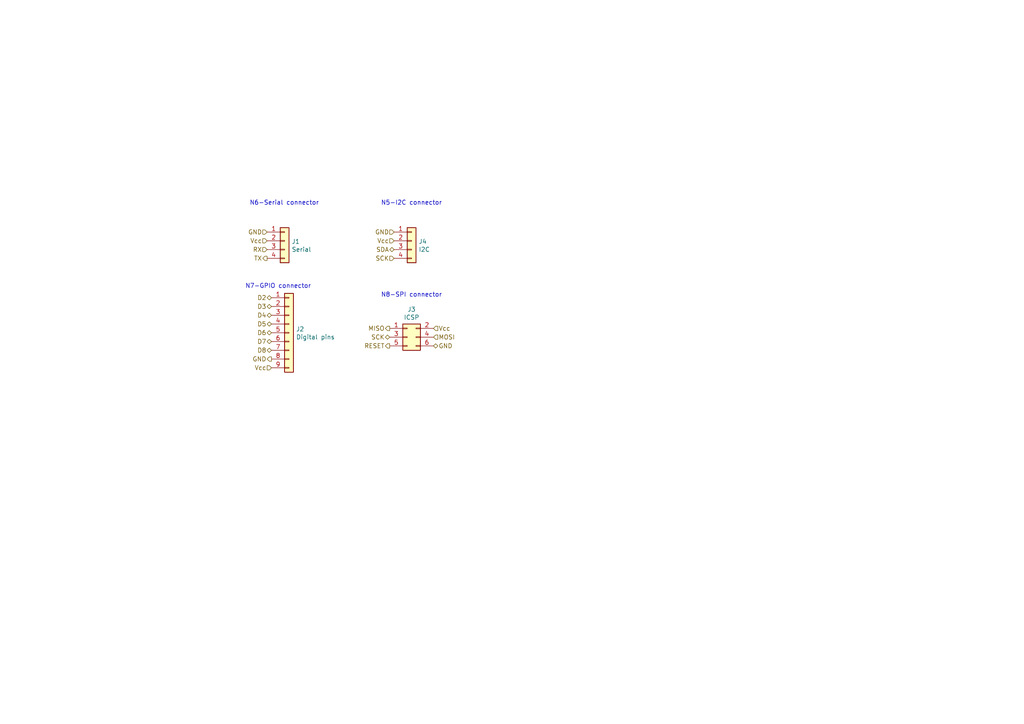
<source format=kicad_sch>
(kicad_sch
	(version 20231120)
	(generator "eeschema")
	(generator_version "8.0")
	(uuid "4f021c90-542b-415e-adf2-3999f30582ed")
	(paper "A4")
	(title_block
		(title "Connetors")
		(date "2020-05-11")
		(company "Designed by KINIZI")
	)
	(lib_symbols
		(symbol "Connector_Generic:Conn_01x04"
			(pin_names
				(offset 1.016) hide)
			(exclude_from_sim no)
			(in_bom yes)
			(on_board yes)
			(property "Reference" "J"
				(at 0 5.08 0)
				(effects
					(font
						(size 1.27 1.27)
					)
				)
			)
			(property "Value" "Conn_01x04"
				(at 0 -7.62 0)
				(effects
					(font
						(size 1.27 1.27)
					)
				)
			)
			(property "Footprint" ""
				(at 0 0 0)
				(effects
					(font
						(size 1.27 1.27)
					)
					(hide yes)
				)
			)
			(property "Datasheet" "~"
				(at 0 0 0)
				(effects
					(font
						(size 1.27 1.27)
					)
					(hide yes)
				)
			)
			(property "Description" "Generic connector, single row, 01x04, script generated (kicad-library-utils/schlib/autogen/connector/)"
				(at 0 0 0)
				(effects
					(font
						(size 1.27 1.27)
					)
					(hide yes)
				)
			)
			(property "ki_keywords" "connector"
				(at 0 0 0)
				(effects
					(font
						(size 1.27 1.27)
					)
					(hide yes)
				)
			)
			(property "ki_fp_filters" "Connector*:*_1x??_*"
				(at 0 0 0)
				(effects
					(font
						(size 1.27 1.27)
					)
					(hide yes)
				)
			)
			(symbol "Conn_01x04_1_1"
				(rectangle
					(start -1.27 -4.953)
					(end 0 -5.207)
					(stroke
						(width 0.1524)
						(type default)
					)
					(fill
						(type none)
					)
				)
				(rectangle
					(start -1.27 -2.413)
					(end 0 -2.667)
					(stroke
						(width 0.1524)
						(type default)
					)
					(fill
						(type none)
					)
				)
				(rectangle
					(start -1.27 0.127)
					(end 0 -0.127)
					(stroke
						(width 0.1524)
						(type default)
					)
					(fill
						(type none)
					)
				)
				(rectangle
					(start -1.27 2.667)
					(end 0 2.413)
					(stroke
						(width 0.1524)
						(type default)
					)
					(fill
						(type none)
					)
				)
				(rectangle
					(start -1.27 3.81)
					(end 1.27 -6.35)
					(stroke
						(width 0.254)
						(type default)
					)
					(fill
						(type background)
					)
				)
				(pin passive line
					(at -5.08 2.54 0)
					(length 3.81)
					(name "Pin_1"
						(effects
							(font
								(size 1.27 1.27)
							)
						)
					)
					(number "1"
						(effects
							(font
								(size 1.27 1.27)
							)
						)
					)
				)
				(pin passive line
					(at -5.08 0 0)
					(length 3.81)
					(name "Pin_2"
						(effects
							(font
								(size 1.27 1.27)
							)
						)
					)
					(number "2"
						(effects
							(font
								(size 1.27 1.27)
							)
						)
					)
				)
				(pin passive line
					(at -5.08 -2.54 0)
					(length 3.81)
					(name "Pin_3"
						(effects
							(font
								(size 1.27 1.27)
							)
						)
					)
					(number "3"
						(effects
							(font
								(size 1.27 1.27)
							)
						)
					)
				)
				(pin passive line
					(at -5.08 -5.08 0)
					(length 3.81)
					(name "Pin_4"
						(effects
							(font
								(size 1.27 1.27)
							)
						)
					)
					(number "4"
						(effects
							(font
								(size 1.27 1.27)
							)
						)
					)
				)
			)
		)
		(symbol "Connector_Generic:Conn_01x09"
			(pin_names
				(offset 1.016) hide)
			(exclude_from_sim no)
			(in_bom yes)
			(on_board yes)
			(property "Reference" "J"
				(at 0 12.7 0)
				(effects
					(font
						(size 1.27 1.27)
					)
				)
			)
			(property "Value" "Conn_01x09"
				(at 0 -12.7 0)
				(effects
					(font
						(size 1.27 1.27)
					)
				)
			)
			(property "Footprint" ""
				(at 0 0 0)
				(effects
					(font
						(size 1.27 1.27)
					)
					(hide yes)
				)
			)
			(property "Datasheet" "~"
				(at 0 0 0)
				(effects
					(font
						(size 1.27 1.27)
					)
					(hide yes)
				)
			)
			(property "Description" "Generic connector, single row, 01x09, script generated (kicad-library-utils/schlib/autogen/connector/)"
				(at 0 0 0)
				(effects
					(font
						(size 1.27 1.27)
					)
					(hide yes)
				)
			)
			(property "ki_keywords" "connector"
				(at 0 0 0)
				(effects
					(font
						(size 1.27 1.27)
					)
					(hide yes)
				)
			)
			(property "ki_fp_filters" "Connector*:*_1x??_*"
				(at 0 0 0)
				(effects
					(font
						(size 1.27 1.27)
					)
					(hide yes)
				)
			)
			(symbol "Conn_01x09_1_1"
				(rectangle
					(start -1.27 -10.033)
					(end 0 -10.287)
					(stroke
						(width 0.1524)
						(type default)
					)
					(fill
						(type none)
					)
				)
				(rectangle
					(start -1.27 -7.493)
					(end 0 -7.747)
					(stroke
						(width 0.1524)
						(type default)
					)
					(fill
						(type none)
					)
				)
				(rectangle
					(start -1.27 -4.953)
					(end 0 -5.207)
					(stroke
						(width 0.1524)
						(type default)
					)
					(fill
						(type none)
					)
				)
				(rectangle
					(start -1.27 -2.413)
					(end 0 -2.667)
					(stroke
						(width 0.1524)
						(type default)
					)
					(fill
						(type none)
					)
				)
				(rectangle
					(start -1.27 0.127)
					(end 0 -0.127)
					(stroke
						(width 0.1524)
						(type default)
					)
					(fill
						(type none)
					)
				)
				(rectangle
					(start -1.27 2.667)
					(end 0 2.413)
					(stroke
						(width 0.1524)
						(type default)
					)
					(fill
						(type none)
					)
				)
				(rectangle
					(start -1.27 5.207)
					(end 0 4.953)
					(stroke
						(width 0.1524)
						(type default)
					)
					(fill
						(type none)
					)
				)
				(rectangle
					(start -1.27 7.747)
					(end 0 7.493)
					(stroke
						(width 0.1524)
						(type default)
					)
					(fill
						(type none)
					)
				)
				(rectangle
					(start -1.27 10.287)
					(end 0 10.033)
					(stroke
						(width 0.1524)
						(type default)
					)
					(fill
						(type none)
					)
				)
				(rectangle
					(start -1.27 11.43)
					(end 1.27 -11.43)
					(stroke
						(width 0.254)
						(type default)
					)
					(fill
						(type background)
					)
				)
				(pin passive line
					(at -5.08 10.16 0)
					(length 3.81)
					(name "Pin_1"
						(effects
							(font
								(size 1.27 1.27)
							)
						)
					)
					(number "1"
						(effects
							(font
								(size 1.27 1.27)
							)
						)
					)
				)
				(pin passive line
					(at -5.08 7.62 0)
					(length 3.81)
					(name "Pin_2"
						(effects
							(font
								(size 1.27 1.27)
							)
						)
					)
					(number "2"
						(effects
							(font
								(size 1.27 1.27)
							)
						)
					)
				)
				(pin passive line
					(at -5.08 5.08 0)
					(length 3.81)
					(name "Pin_3"
						(effects
							(font
								(size 1.27 1.27)
							)
						)
					)
					(number "3"
						(effects
							(font
								(size 1.27 1.27)
							)
						)
					)
				)
				(pin passive line
					(at -5.08 2.54 0)
					(length 3.81)
					(name "Pin_4"
						(effects
							(font
								(size 1.27 1.27)
							)
						)
					)
					(number "4"
						(effects
							(font
								(size 1.27 1.27)
							)
						)
					)
				)
				(pin passive line
					(at -5.08 0 0)
					(length 3.81)
					(name "Pin_5"
						(effects
							(font
								(size 1.27 1.27)
							)
						)
					)
					(number "5"
						(effects
							(font
								(size 1.27 1.27)
							)
						)
					)
				)
				(pin passive line
					(at -5.08 -2.54 0)
					(length 3.81)
					(name "Pin_6"
						(effects
							(font
								(size 1.27 1.27)
							)
						)
					)
					(number "6"
						(effects
							(font
								(size 1.27 1.27)
							)
						)
					)
				)
				(pin passive line
					(at -5.08 -5.08 0)
					(length 3.81)
					(name "Pin_7"
						(effects
							(font
								(size 1.27 1.27)
							)
						)
					)
					(number "7"
						(effects
							(font
								(size 1.27 1.27)
							)
						)
					)
				)
				(pin passive line
					(at -5.08 -7.62 0)
					(length 3.81)
					(name "Pin_8"
						(effects
							(font
								(size 1.27 1.27)
							)
						)
					)
					(number "8"
						(effects
							(font
								(size 1.27 1.27)
							)
						)
					)
				)
				(pin passive line
					(at -5.08 -10.16 0)
					(length 3.81)
					(name "Pin_9"
						(effects
							(font
								(size 1.27 1.27)
							)
						)
					)
					(number "9"
						(effects
							(font
								(size 1.27 1.27)
							)
						)
					)
				)
			)
		)
		(symbol "Connector_Generic:Conn_02x03_Odd_Even"
			(pin_names
				(offset 1.016) hide)
			(exclude_from_sim no)
			(in_bom yes)
			(on_board yes)
			(property "Reference" "J"
				(at 1.27 5.08 0)
				(effects
					(font
						(size 1.27 1.27)
					)
				)
			)
			(property "Value" "Conn_02x03_Odd_Even"
				(at 1.27 -5.08 0)
				(effects
					(font
						(size 1.27 1.27)
					)
				)
			)
			(property "Footprint" ""
				(at 0 0 0)
				(effects
					(font
						(size 1.27 1.27)
					)
					(hide yes)
				)
			)
			(property "Datasheet" "~"
				(at 0 0 0)
				(effects
					(font
						(size 1.27 1.27)
					)
					(hide yes)
				)
			)
			(property "Description" "Generic connector, double row, 02x03, odd/even pin numbering scheme (row 1 odd numbers, row 2 even numbers), script generated (kicad-library-utils/schlib/autogen/connector/)"
				(at 0 0 0)
				(effects
					(font
						(size 1.27 1.27)
					)
					(hide yes)
				)
			)
			(property "ki_keywords" "connector"
				(at 0 0 0)
				(effects
					(font
						(size 1.27 1.27)
					)
					(hide yes)
				)
			)
			(property "ki_fp_filters" "Connector*:*_2x??_*"
				(at 0 0 0)
				(effects
					(font
						(size 1.27 1.27)
					)
					(hide yes)
				)
			)
			(symbol "Conn_02x03_Odd_Even_1_1"
				(rectangle
					(start -1.27 -2.413)
					(end 0 -2.667)
					(stroke
						(width 0.1524)
						(type default)
					)
					(fill
						(type none)
					)
				)
				(rectangle
					(start -1.27 0.127)
					(end 0 -0.127)
					(stroke
						(width 0.1524)
						(type default)
					)
					(fill
						(type none)
					)
				)
				(rectangle
					(start -1.27 2.667)
					(end 0 2.413)
					(stroke
						(width 0.1524)
						(type default)
					)
					(fill
						(type none)
					)
				)
				(rectangle
					(start -1.27 3.81)
					(end 3.81 -3.81)
					(stroke
						(width 0.254)
						(type default)
					)
					(fill
						(type background)
					)
				)
				(rectangle
					(start 3.81 -2.413)
					(end 2.54 -2.667)
					(stroke
						(width 0.1524)
						(type default)
					)
					(fill
						(type none)
					)
				)
				(rectangle
					(start 3.81 0.127)
					(end 2.54 -0.127)
					(stroke
						(width 0.1524)
						(type default)
					)
					(fill
						(type none)
					)
				)
				(rectangle
					(start 3.81 2.667)
					(end 2.54 2.413)
					(stroke
						(width 0.1524)
						(type default)
					)
					(fill
						(type none)
					)
				)
				(pin passive line
					(at -5.08 2.54 0)
					(length 3.81)
					(name "Pin_1"
						(effects
							(font
								(size 1.27 1.27)
							)
						)
					)
					(number "1"
						(effects
							(font
								(size 1.27 1.27)
							)
						)
					)
				)
				(pin passive line
					(at 7.62 2.54 180)
					(length 3.81)
					(name "Pin_2"
						(effects
							(font
								(size 1.27 1.27)
							)
						)
					)
					(number "2"
						(effects
							(font
								(size 1.27 1.27)
							)
						)
					)
				)
				(pin passive line
					(at -5.08 0 0)
					(length 3.81)
					(name "Pin_3"
						(effects
							(font
								(size 1.27 1.27)
							)
						)
					)
					(number "3"
						(effects
							(font
								(size 1.27 1.27)
							)
						)
					)
				)
				(pin passive line
					(at 7.62 0 180)
					(length 3.81)
					(name "Pin_4"
						(effects
							(font
								(size 1.27 1.27)
							)
						)
					)
					(number "4"
						(effects
							(font
								(size 1.27 1.27)
							)
						)
					)
				)
				(pin passive line
					(at -5.08 -2.54 0)
					(length 3.81)
					(name "Pin_5"
						(effects
							(font
								(size 1.27 1.27)
							)
						)
					)
					(number "5"
						(effects
							(font
								(size 1.27 1.27)
							)
						)
					)
				)
				(pin passive line
					(at 7.62 -2.54 180)
					(length 3.81)
					(name "Pin_6"
						(effects
							(font
								(size 1.27 1.27)
							)
						)
					)
					(number "6"
						(effects
							(font
								(size 1.27 1.27)
							)
						)
					)
				)
			)
		)
	)
	(text "N6-Serial connector"
		(exclude_from_sim no)
		(at 72.39 59.69 0)
		(effects
			(font
				(size 1.27 1.27)
			)
			(justify left bottom)
		)
		(uuid "118f55f4-dd2f-44b8-a462-2599f04feac3")
	)
	(text "N8-SPI connector"
		(exclude_from_sim no)
		(at 110.49 86.36 0)
		(effects
			(font
				(size 1.27 1.27)
			)
			(justify left bottom)
		)
		(uuid "5cabd568-4783-4db5-aaa2-9cc436d40508")
	)
	(text "N7-GPIO connector"
		(exclude_from_sim no)
		(at 71.12 83.82 0)
		(effects
			(font
				(size 1.27 1.27)
			)
			(justify left bottom)
		)
		(uuid "61f85d4d-7208-4049-aa03-d757f4a2c536")
	)
	(text "N5-I2C connector"
		(exclude_from_sim no)
		(at 110.49 59.69 0)
		(effects
			(font
				(size 1.27 1.27)
			)
			(justify left bottom)
		)
		(uuid "8d60235c-2c5b-4074-aae5-504deca432eb")
	)
	(hierarchical_label "Vcc"
		(shape input)
		(at 125.73 95.25 0)
		(fields_autoplaced yes)
		(effects
			(font
				(size 1.27 1.27)
			)
			(justify left)
		)
		(uuid "11316ae1-22da-44ff-aef6-45ba8fe3e927")
	)
	(hierarchical_label "TX"
		(shape output)
		(at 77.47 74.93 180)
		(fields_autoplaced yes)
		(effects
			(font
				(size 1.27 1.27)
			)
			(justify right)
		)
		(uuid "24f5eef6-0f70-4425-bd88-7bcc4d879219")
	)
	(hierarchical_label "GND"
		(shape output)
		(at 78.74 104.14 180)
		(fields_autoplaced yes)
		(effects
			(font
				(size 1.27 1.27)
			)
			(justify right)
		)
		(uuid "347116a4-2f53-4c0e-98e7-3d0a75b76f32")
	)
	(hierarchical_label "D4"
		(shape bidirectional)
		(at 78.74 91.44 180)
		(fields_autoplaced yes)
		(effects
			(font
				(size 1.27 1.27)
			)
			(justify right)
		)
		(uuid "4518a30f-b41c-417e-9de7-5ae30225e3a7")
	)
	(hierarchical_label "RESET"
		(shape output)
		(at 113.03 100.33 180)
		(fields_autoplaced yes)
		(effects
			(font
				(size 1.27 1.27)
			)
			(justify right)
		)
		(uuid "47010a99-59e7-4a24-9d29-a5ecbc777066")
	)
	(hierarchical_label "MOSI"
		(shape input)
		(at 125.73 97.79 0)
		(fields_autoplaced yes)
		(effects
			(font
				(size 1.27 1.27)
			)
			(justify left)
		)
		(uuid "53c342de-0aa1-4c95-8507-7fcad453d4d6")
	)
	(hierarchical_label "Vcc"
		(shape input)
		(at 77.47 69.85 180)
		(fields_autoplaced yes)
		(effects
			(font
				(size 1.27 1.27)
			)
			(justify right)
		)
		(uuid "5f703536-fc74-4e28-9466-abd1e689bd4d")
	)
	(hierarchical_label "RX"
		(shape input)
		(at 77.47 72.39 180)
		(fields_autoplaced yes)
		(effects
			(font
				(size 1.27 1.27)
			)
			(justify right)
		)
		(uuid "64d53e34-743d-40e2-bca7-47dc3c6cb75c")
	)
	(hierarchical_label "D6"
		(shape bidirectional)
		(at 78.74 96.52 180)
		(fields_autoplaced yes)
		(effects
			(font
				(size 1.27 1.27)
			)
			(justify right)
		)
		(uuid "66219d99-e7ed-488c-8560-b85e4e25dfef")
	)
	(hierarchical_label "D5"
		(shape bidirectional)
		(at 78.74 93.98 180)
		(fields_autoplaced yes)
		(effects
			(font
				(size 1.27 1.27)
			)
			(justify right)
		)
		(uuid "682b89cf-e92f-4dbc-9ae8-f70469fd40da")
	)
	(hierarchical_label "SCK"
		(shape bidirectional)
		(at 113.03 97.79 180)
		(fields_autoplaced yes)
		(effects
			(font
				(size 1.27 1.27)
			)
			(justify right)
		)
		(uuid "8e391ba8-282d-404a-80f1-b48f23143f3e")
	)
	(hierarchical_label "GND"
		(shape input)
		(at 77.47 67.31 180)
		(fields_autoplaced yes)
		(effects
			(font
				(size 1.27 1.27)
			)
			(justify right)
		)
		(uuid "96b130b6-78d2-4ebb-ba85-363bce180490")
	)
	(hierarchical_label "D8"
		(shape bidirectional)
		(at 78.74 101.6 180)
		(fields_autoplaced yes)
		(effects
			(font
				(size 1.27 1.27)
			)
			(justify right)
		)
		(uuid "ba4586c0-6769-4bd5-8abd-41f825d95210")
	)
	(hierarchical_label "Vcc"
		(shape input)
		(at 114.3 69.85 180)
		(fields_autoplaced yes)
		(effects
			(font
				(size 1.27 1.27)
			)
			(justify right)
		)
		(uuid "cf48f0da-bd38-46fb-ae6f-794ab8d98477")
	)
	(hierarchical_label "GND"
		(shape input)
		(at 114.3 67.31 180)
		(fields_autoplaced yes)
		(effects
			(font
				(size 1.27 1.27)
			)
			(justify right)
		)
		(uuid "d874cfe6-5726-40d8-a1f6-e4b6c63f25b3")
	)
	(hierarchical_label "D2"
		(shape bidirectional)
		(at 78.74 86.36 180)
		(fields_autoplaced yes)
		(effects
			(font
				(size 1.27 1.27)
			)
			(justify right)
		)
		(uuid "db90e0c3-803d-420b-8642-da9ef6cf21c7")
	)
	(hierarchical_label "MISO"
		(shape output)
		(at 113.03 95.25 180)
		(fields_autoplaced yes)
		(effects
			(font
				(size 1.27 1.27)
			)
			(justify right)
		)
		(uuid "dbd2f9cb-a43d-455b-a79c-3103cbf3d0a8")
	)
	(hierarchical_label "D3"
		(shape bidirectional)
		(at 78.74 88.9 180)
		(fields_autoplaced yes)
		(effects
			(font
				(size 1.27 1.27)
			)
			(justify right)
		)
		(uuid "e12ed5a5-b6f1-4c79-bee5-187826f93b95")
	)
	(hierarchical_label "SCK"
		(shape input)
		(at 114.3 74.93 180)
		(fields_autoplaced yes)
		(effects
			(font
				(size 1.27 1.27)
			)
			(justify right)
		)
		(uuid "eb0598df-53a4-411e-9817-99b62e46133b")
	)
	(hierarchical_label "Vcc"
		(shape input)
		(at 78.74 106.68 180)
		(fields_autoplaced yes)
		(effects
			(font
				(size 1.27 1.27)
			)
			(justify right)
		)
		(uuid "ebed358d-0f71-42cb-be2f-a191195b7c51")
	)
	(hierarchical_label "GND"
		(shape tri_state)
		(at 125.73 100.33 0)
		(fields_autoplaced yes)
		(effects
			(font
				(size 1.27 1.27)
			)
			(justify left)
		)
		(uuid "edc28575-d308-4975-b3ba-9cb5bc7c98f7")
	)
	(hierarchical_label "D7"
		(shape bidirectional)
		(at 78.74 99.06 180)
		(fields_autoplaced yes)
		(effects
			(font
				(size 1.27 1.27)
			)
			(justify right)
		)
		(uuid "f2a9444d-1c28-4438-a341-828cb58986a7")
	)
	(hierarchical_label "SDA"
		(shape bidirectional)
		(at 114.3 72.39 180)
		(fields_autoplaced yes)
		(effects
			(font
				(size 1.27 1.27)
			)
			(justify right)
		)
		(uuid "f6a51e64-90fb-4550-ba4c-f12f25644e33")
	)
	(symbol
		(lib_id "Connector_Generic:Conn_01x04")
		(at 119.38 69.85 0)
		(unit 1)
		(exclude_from_sim no)
		(in_bom yes)
		(on_board yes)
		(dnp no)
		(uuid "00000000-0000-0000-0000-00005eb9dad0")
		(property "Reference" "J4"
			(at 121.412 70.0532 0)
			(effects
				(font
					(size 1.27 1.27)
				)
				(justify left)
			)
		)
		(property "Value" "I2C"
			(at 121.412 72.3646 0)
			(effects
				(font
					(size 1.27 1.27)
				)
				(justify left)
			)
		)
		(property "Footprint" "Connector_PinSocket_2.54mm:PinSocket_1x04_P2.54mm_Vertical"
			(at 119.38 69.85 0)
			(effects
				(font
					(size 1.27 1.27)
				)
				(hide yes)
			)
		)
		(property "Datasheet" "~"
			(at 119.38 69.85 0)
			(effects
				(font
					(size 1.27 1.27)
				)
				(hide yes)
			)
		)
		(property "Description" ""
			(at 119.38 69.85 0)
			(effects
				(font
					(size 1.27 1.27)
				)
				(hide yes)
			)
		)
		(pin "1"
			(uuid "e795d7b5-8890-42cf-90b7-b951298d0b34")
		)
		(pin "4"
			(uuid "5318fb34-0e2c-4156-9f4d-c470c73e9374")
		)
		(pin "3"
			(uuid "cb7d209e-17b2-49b8-94f2-31833138a417")
		)
		(pin "2"
			(uuid "d4b5234e-1e66-4912-9f3b-487757b15146")
		)
	)
	(symbol
		(lib_id "Connector_Generic:Conn_02x03_Odd_Even")
		(at 118.11 97.79 0)
		(unit 1)
		(exclude_from_sim no)
		(in_bom yes)
		(on_board yes)
		(dnp no)
		(uuid "00000000-0000-0000-0000-00005eb9e239")
		(property "Reference" "J3"
			(at 119.38 89.7382 0)
			(effects
				(font
					(size 1.27 1.27)
				)
			)
		)
		(property "Value" "ICSP"
			(at 119.38 92.0496 0)
			(effects
				(font
					(size 1.27 1.27)
				)
			)
		)
		(property "Footprint" "Connector_PinSocket_2.54mm:PinSocket_2x03_P2.54mm_Vertical"
			(at 118.11 97.79 0)
			(effects
				(font
					(size 1.27 1.27)
				)
				(hide yes)
			)
		)
		(property "Datasheet" "~"
			(at 118.11 97.79 0)
			(effects
				(font
					(size 1.27 1.27)
				)
				(hide yes)
			)
		)
		(property "Description" ""
			(at 118.11 97.79 0)
			(effects
				(font
					(size 1.27 1.27)
				)
				(hide yes)
			)
		)
		(pin "1"
			(uuid "016a6fa2-4765-4acb-8b41-328db6a83bb1")
		)
		(pin "5"
			(uuid "068f0b2f-bc5f-4ed6-af44-bcec07885f4a")
		)
		(pin "4"
			(uuid "efff3542-9c1b-47be-85de-027b614373fa")
		)
		(pin "3"
			(uuid "47c8b12d-dc44-4714-b391-341e3bf9766e")
		)
		(pin "2"
			(uuid "305bfa45-ede5-4dca-82ee-04f7a6aa8060")
		)
		(pin "6"
			(uuid "590c57c8-2d4e-4efd-9eab-edef362d59c0")
		)
	)
	(symbol
		(lib_id "Connector_Generic:Conn_01x09")
		(at 83.82 96.52 0)
		(unit 1)
		(exclude_from_sim no)
		(in_bom yes)
		(on_board yes)
		(dnp no)
		(uuid "00000000-0000-0000-0000-00005eb9f029")
		(property "Reference" "J2"
			(at 85.852 95.4532 0)
			(effects
				(font
					(size 1.27 1.27)
				)
				(justify left)
			)
		)
		(property "Value" "Digital pins"
			(at 85.852 97.7646 0)
			(effects
				(font
					(size 1.27 1.27)
				)
				(justify left)
			)
		)
		(property "Footprint" "Connector_PinSocket_2.54mm:PinSocket_1x09_P2.54mm_Vertical"
			(at 83.82 96.52 0)
			(effects
				(font
					(size 1.27 1.27)
				)
				(hide yes)
			)
		)
		(property "Datasheet" "~"
			(at 83.82 96.52 0)
			(effects
				(font
					(size 1.27 1.27)
				)
				(hide yes)
			)
		)
		(property "Description" ""
			(at 83.82 96.52 0)
			(effects
				(font
					(size 1.27 1.27)
				)
				(hide yes)
			)
		)
		(pin "1"
			(uuid "aacd66e7-6bfd-4bee-9245-9bcca580b2e3")
		)
		(pin "2"
			(uuid "89b2573f-3afe-4061-a7d2-f3c2414ba70c")
		)
		(pin "4"
			(uuid "4fb0c466-570d-47b1-b43d-5e6ba108b2e8")
		)
		(pin "5"
			(uuid "69c6e07e-bedb-4f3b-bc11-65d560f56905")
		)
		(pin "8"
			(uuid "4ed14c3f-167d-42e1-83c0-1e2eaf9576a3")
		)
		(pin "6"
			(uuid "7538cf06-94e2-42e9-8a80-09b7901ea8a6")
		)
		(pin "9"
			(uuid "556312e9-55b4-4e34-aef2-5e9bad0c7302")
		)
		(pin "3"
			(uuid "a9778a1f-ada9-4ce4-80cb-5ce8573ee1e1")
		)
		(pin "7"
			(uuid "c7d0540a-2aab-43d1-bac0-13564fcd0b6e")
		)
	)
	(symbol
		(lib_id "Connector_Generic:Conn_01x04")
		(at 82.55 69.85 0)
		(unit 1)
		(exclude_from_sim no)
		(in_bom yes)
		(on_board yes)
		(dnp no)
		(uuid "00000000-0000-0000-0000-00005eba0649")
		(property "Reference" "J1"
			(at 84.582 70.0532 0)
			(effects
				(font
					(size 1.27 1.27)
				)
				(justify left)
			)
		)
		(property "Value" "Serial"
			(at 84.582 72.3646 0)
			(effects
				(font
					(size 1.27 1.27)
				)
				(justify left)
			)
		)
		(property "Footprint" "Connector_PinSocket_2.54mm:PinSocket_1x04_P2.54mm_Vertical"
			(at 82.55 69.85 0)
			(effects
				(font
					(size 1.27 1.27)
				)
				(hide yes)
			)
		)
		(property "Datasheet" "~"
			(at 82.55 69.85 0)
			(effects
				(font
					(size 1.27 1.27)
				)
				(hide yes)
			)
		)
		(property "Description" ""
			(at 82.55 69.85 0)
			(effects
				(font
					(size 1.27 1.27)
				)
				(hide yes)
			)
		)
		(pin "2"
			(uuid "5d065381-e57d-4f18-8c78-552351ec453e")
		)
		(pin "4"
			(uuid "fea5a50d-f95f-418d-8525-65094a000eeb")
		)
		(pin "3"
			(uuid "5e0de973-92c2-48fd-9647-e735a3d87da4")
		)
		(pin "1"
			(uuid "58766d28-6f84-4217-81f6-8b05e8c7c952")
		)
	)
)

</source>
